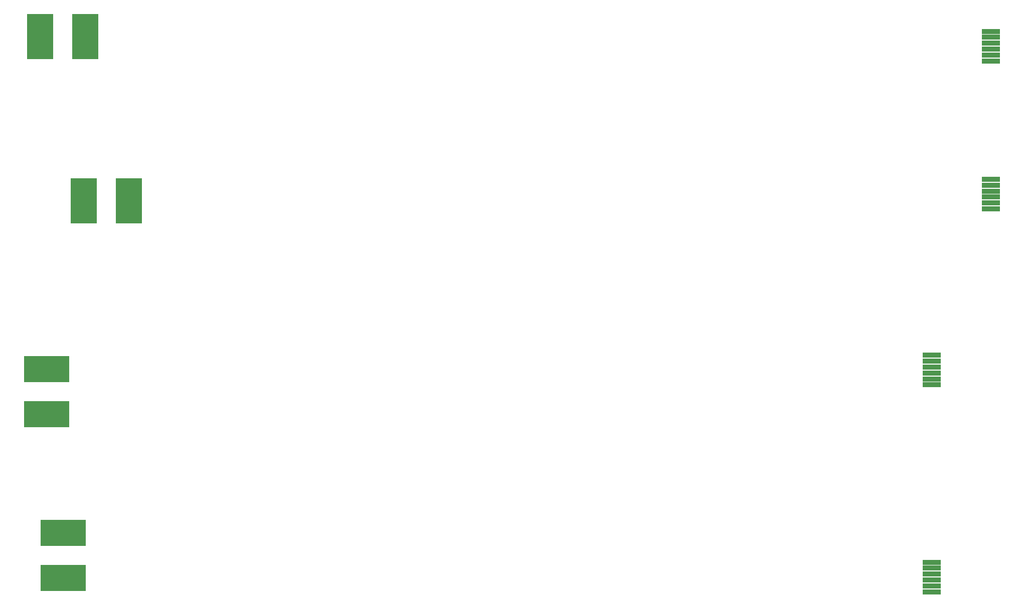
<source format=gts>
G04 (created by PCBNEW-RS274X (2011-aug-04)-testing) date Tue 29 Nov 2011 09:41:20 AM CET*
G01*
G70*
G90*
%MOIN*%
G04 Gerber Fmt 3.4, Leading zero omitted, Abs format*
%FSLAX34Y34*%
G04 APERTURE LIST*
%ADD10C,0.006000*%
%ADD11R,0.122100X0.035500*%
%ADD12R,0.177500X0.098700*%
%ADD13R,0.098700X0.177500*%
G04 APERTURE END LIST*
G54D10*
G54D11*
X84843Y-13878D03*
X84843Y-13485D03*
X84843Y-13091D03*
X84843Y-12697D03*
X84843Y-12303D03*
X84843Y-11910D03*
X84843Y-23720D03*
X84843Y-23327D03*
X84843Y-22933D03*
X84843Y-22539D03*
X84843Y-22145D03*
X84843Y-21752D03*
X80906Y-35433D03*
X80906Y-35040D03*
X80906Y-34646D03*
X80906Y-34252D03*
X80906Y-33858D03*
X80906Y-33465D03*
X80906Y-49212D03*
X80906Y-48819D03*
X80906Y-48425D03*
X80906Y-48031D03*
X80906Y-47637D03*
X80906Y-47244D03*
G54D12*
X21654Y-11260D03*
X21654Y-12260D03*
X21654Y-13260D03*
X24654Y-11260D03*
X24654Y-12260D03*
X24654Y-13260D03*
X27559Y-24174D03*
X27559Y-23174D03*
X27559Y-22174D03*
X24559Y-24174D03*
X24559Y-23174D03*
X24559Y-22174D03*
G54D13*
X21102Y-37401D03*
X22102Y-37401D03*
X23102Y-37401D03*
X21102Y-34401D03*
X22102Y-34401D03*
X23102Y-34401D03*
X24174Y-45276D03*
X23174Y-45276D03*
X22174Y-45276D03*
X24174Y-48276D03*
X23174Y-48276D03*
X22174Y-48276D03*
M02*

</source>
